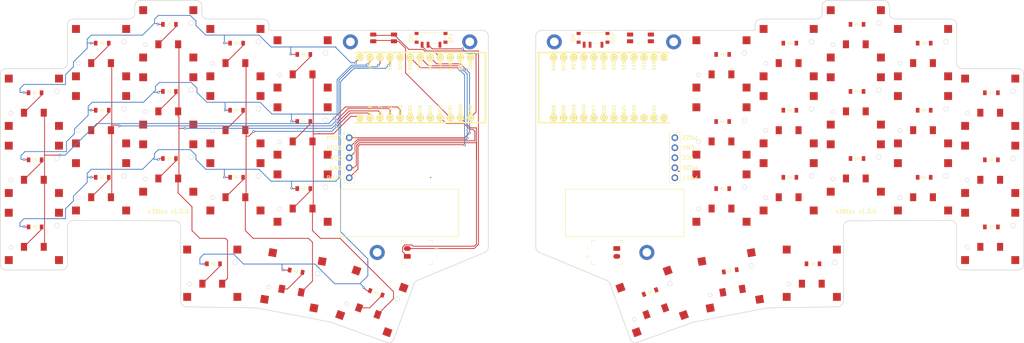
<source format=kicad_pcb>
(kicad_pcb (version 20240108) (generator "pcbnew") (generator_version "8.0")
  (title_block (title "main_pcb") (date "2024-12-16") (rev "0.0.1") (company "n1tsu"))
  (layers (0 "F.Cu" signal) (31 "B.Cu" signal) (34 "B.Paste" user) (35 "F.Paste" user) (36 "B.SilkS" user "B.Silkscreen") (37 "F.SilkS" user "F.Silkscreen") (38 "B.Mask" user) (39 "F.Mask" user) (44 "Edge.Cuts" user))
  (net 0 "")
  (net 1 "qcolumn_zrow")
  (net 2 "qcolumn_arow")
  (net 3 "qcolumn_qrow")
  (net 4 "wcolumn_zrow")
  (net 5 "wcolumn_arow")
  (net 6 "wcolumn_qrow")
  (net 7 "ecolumn_zrow")
  (net 8 "ecolumn_arow")
  (net 9 "ecolumn_qrow")
  (net 10 "rcolumn_zrow")
  (net 11 "rcolumn_arow")
  (net 12 "rcolumn_qrow")
  (net 13 "tcolumn_zrow")
  (net 14 "tcolumn_arow")
  (net 15 "tcolumn_qrow")
  (net 16 "inner_default")
  (net 17 "middle_default")
  (net 18 "outer_default")
  (net 19 "mirror_qcolumn_zrow")
  (net 20 "mirror_qcolumn_arow")
  (net 21 "mirror_qcolumn_qrow")
  (net 22 "mirror_wcolumn_zrow")
  (net 23 "mirror_wcolumn_arow")
  (net 24 "mirror_wcolumn_qrow")
  (net 25 "mirror_ecolumn_zrow")
  (net 26 "mirror_ecolumn_arow")
  (net 27 "mirror_ecolumn_qrow")
  (net 28 "mirror_rcolumn_zrow")
  (net 29 "mirror_rcolumn_arow")
  (net 30 "mirror_rcolumn_qrow")
  (net 31 "mirror_tcolumn_zrow")
  (net 32 "mirror_tcolumn_arow")
  (net 33 "mirror_tcolumn_qrow")
  (net 34 "mirror_inner_default")
  (net 35 "mirror_middle_default")
  (net 36 "mirror_outer_default")
  (net 37 "RAW")
  (net 38 "GND")
  (net 39 "RST")
  (net 40 "VCC")
  (net 41 "P031")
  (net 42 "P029")
  (net 43 "P002")
  (net 44 "P115")
  (net 45 "P113")
  (net 46 "P111")
  (net 47 "P010")
  (net 48 "P009")
  (net 49 "P006")
  (net 50 "P008")
  (net 51 "P017")
  (net 52 "P020")
  (net 53 "P022")
  (net 54 "P024")
  (net 55 "P100")
  (net 56 "P011")
  (net 57 "P104")
  (net 58 "P106")
  (net 59 "BAT_P")
  (footprint "ceoloide:diode_tht_sod123" (layer "F.Cu") (at 247.16 106.9345)
    (property "Reference" "D34" (hide yes))
    (property "Value" "")
  )
  (footprint "CPG1316S01D02_mikeholscher" (layer "F.Cu") (at 101 87.427)
    (property "Reference" "S10" (hide yes))
    (property "Value" "")
    (fp_circle (center -5.8 2.75) (end -5.3 2.75) (stroke (width 0.1)) (fill none) (layer "Edge.Cuts"))
    (fp_circle (center 5.8 -2.75) (end 6.4 -2.75) (stroke (width 0.1)) (fill none) (layer "Edge.Cuts"))
  )
  (footprint "ceoloide:battery_connector_jst_ph_2" (layer "F.Cu") (at 144.5 104.0645 90)
    (property "Reference" "JST1" (hide yes))
    (property "Value" "")
  )
  (footprint "ceoloide:display_nice_view" (layer "F.Cu") (at 146.5 80.0645 -90)
    (property "Reference" "DISP1" (hide yes))
    (property "Value" "")
  )
  (footprint "ceoloide:diode_tht_sod123" (layer "F.Cu") (at 50.3 63.6)
    (property "Reference" "D3" (hide yes))
    (property "Value" "")
  )
  (footprint "CPG1316S01D02_mikeholscher" (layer "F.Cu") (at 101 53.427)
    (property "Reference" "S12" (hide yes))
    (property "Value" "")
    (fp_circle (center -5.8 2.75) (end -5.3 2.75) (stroke (width 0.1)) (fill none) (layer "Edge.Cuts"))
    (fp_circle (center 5.8 -2.75) (end 6.4 -2.75) (stroke (width 0.1)) (fill none) (layer "Edge.Cuts"))
  )
  (footprint "ceoloide:mounting_hole_plated" (layer "F.Cu") (at 205.12 104.0645)
    (property "Reference" "H6" (hide yes))
    (property "Value" "")
  )
  (footprint "ceoloide:diode_tht_sod123" (layer "F.Cu") (at 205.926398 114.108117 20)
    (property "Reference" "D36" (hide yes))
    (property "Value" "")
  )
  (footprint "CPG1316S01D02_mikeholscher" (layer "F.Cu") (at 241 87.427)
    (property "Reference" "S28" (hide yes))
    (property "Value" "")
    (fp_circle (center -5.8 2.75) (end -5.3 2.75) (stroke (width 0.1)) (fill none) (layer "Edge.Cuts"))
    (fp_circle (center 5.8 -2.75) (end 6.4 -2.75) (stroke (width 0.1)) (fill none) (layer "Edge.Cuts"))
  )
  (footprint "ceoloide:diode_tht_sod123" (layer "F.Cu") (at 84.3 46.2645)
    (property "Reference" "D9" (hide yes))
    (property "Value" "")
  )
  (footprint "ceoloide:diode_tht_sod123" (layer "F.Cu") (at 118.3 70.8845)
    (property "Reference" "D14" (hide yes))
    (property "Value" "")
  )
  (footprint "CPG1316S01D02_mikeholscher" (layer "F.Cu") (at 226.350707 111.133205 10)
    (property "Reference" "S35" (hide yes))
    (property "Value" "")
    (fp_circle (center -5.8 2.75) (end -5.3 2.75) (stroke (width 0.1)) (fill none) (layer "Edge.Cuts"))
    (fp_circle (center 5.8 -2.75) (end 6.4 -2.75) (stroke (width 0.1)) (fill none) (layer "Edge.Cuts"))
  )
  (footprint "CPG1316S01D02_mikeholscher" (layer "F.Cu") (at 224 56.2845)
    (property "Reference" "S33" (hide yes))
    (property "Value" "")
    (fp_circle (center -5.8 2.75) (end -5.3 2.75) (stroke (width 0.1)) (fill none) (layer "Edge.Cuts"))
    (fp_circle (center 5.8 -2.75) (end 6.4 -2.75) (stroke (width 0.1)) (fill none) (layer "Edge.Cuts"))
  )
  (footprint "CPG1316S01D02_mikeholscher" (layer "F.Cu") (at 292 100)
    (property "Reference" "S19" (hide yes))
    (property "Value" "")
    (fp_circle (center -5.8 2.75) (end -5.3 2.75) (stroke (width 0.1)) (fill none) (layer "Edge.Cuts"))
    (fp_circle (center 5.8 -2.75) (end 6.4 -2.75) (stroke (width 0.1)) (fill none) (layer "Edge.Cuts"))
  )
  (footprint "ceoloide:diode_tht_sod123" (layer "F.Cu") (at 275.3 68.027)
    (property "Reference" "D23" (hide yes))
    (property "Value" "")
  )
  (footprint "CPG1316S01D02_mikeholscher" (layer "F.Cu") (at 95.14 109.3345)
    (property "Reference" "S16" (hide yes))
    (property "Value" "")
    (fp_circle (center -5.8 2.75) (end -5.3 2.75) (stroke (width 0.1)) (fill none) (layer "Edge.Cuts"))
    (fp_circle (center 5.8 -2.75) (end 6.4 -2.75) (stroke (width 0.1)) (fill none) (layer "Edge.Cuts"))
  )
  (footprint "ceoloide:mounting_hole_plated" (layer "F.Cu") (at 160.3 50.6945)
    (property "Reference" "H2" (hide yes))
    (property "Value" "")
  )
  (footprint "ceoloide:diode_tht_sod123" (layer "F.Cu") (at 118.3 53.8845)
    (property "Reference" "D15" (hide yes))
    (property "Value" "")
  )
  (footprint "ceoloide:display_nice_view" (layer "F.Cu") (at 195.5 80.0645 90)
    (property "Reference" "DISP2" (hide yes))
    (property "Value" "")
  )
  (footprint "CPG1316S01D02_mikeholscher" (layer "F.Cu") (at 118 90.2845)
    (property "Reference" "S13" (hide yes))
    (property "Value" "")
    (fp_circle (center -5.8 2.75) (end -5.3 2.75) (stroke (width 0.1)) (fill none) (layer "Edge.Cuts"))
    (fp_circle (center 5.8 -2.75) (end 6.4 -2.75) (stroke (width 0.1)) (fill none) (layer "Edge.Cuts"))
  )
  (footprint "ceoloide:battery_connector_jst_ph_2" (layer "F.Cu") (at 197.5 104.0645 -90)
    (property "Reference" "JST2" (hide yes))
    (property "Value" "")
  )
  (footprint "CPG1316S01D02_mikeholscher" (layer "F.Cu") (at 84 48.6645)
    (property "Reference" "S9" (hide yes))
    (property "Value" "")
    (fp_circle (center -5.8 2.75) (end -5.3 2.75) (stroke (width 0.1)) (fill none) (layer "Edge.Cuts"))
    (fp_circle (center 5.8 -2.75) (end 6.4 -2.75) (stroke (width 0.1)) (fill none) (layer "Edge.Cuts"))
  )
  (footprint "ceoloide:diode_tht_sod123" (layer "F.Cu") (at 292.3 80.6)
    (property "Reference" "D20" (hide yes))
    (property "Value" "")
  )
  (footprint "CPG1316S01D02_mikeholscher" (layer "F.Cu") (at 101 70.427)
    (property "Reference" "S11" (hide yes))
    (property "Value" "")
    (fp_circle (center -5.8 2.75) (end -5.3 2.75) (stroke (width 0.1)) (fill none) (layer "Edge.Cuts"))
    (fp_circle (center 5.8 -2.75) (end 6.4 -2.75) (stroke (width 0.1)) (fill none) (layer "Edge.Cuts"))
  )
  (footprint "CPG1316S01D02_mikeholscher" (layer "F.Cu") (at 67 53.427)
    (property "Reference" "S6" (hide yes))
    (property "Value" "")
    (fp_circle (center -5.8 2.75) (end -5.3 2.75) (stroke (width 0.1)) (fill none) (layer "Edge.Cuts"))
    (fp_circle (center 5.8 -2.75) (end 6.4 -2.75) (stroke (width 0.1)) (fill none) (layer "Edge.Cuts"))
  )
  (footprint "CPG1316S01D02_mikeholscher" (layer "F.Cu") (at 275 70.427)
    (property "Reference" "S23" (hide yes))
    (property "Value" "")
    (fp_circle (center -5.8 2.75) (end -5.3 2.75) (stroke (width 0.1)) (fill none) (layer "Edge.Cuts"))
    (fp_circle (center 5.8 -2.75) (end 6.4 -2.75) (stroke (width 0.1)) (fill none) (layer "Edge.Cuts"))
  )
  (footprint "ceoloide:reset_switch_smd_side" (layer "F.Cu") (at 203.5 49.6945)
    (property "Reference" "RST2" (hide yes))
    (property "Value" "")
  )
  (footprint "ceoloide:mounting_hole_plated" (layer "F.Cu") (at 181.7 50.6945)
    (property "Reference" "H5" (hide yes))
    (property "Value" "")
  )
  (footprint "ceoloide:diode_tht_sod123" (layer "F.Cu") (at 101.3 51.027)
    (property "Reference" "D12" (hide yes))
    (property "Value" "")
  )
  (footprint "ceoloide:diode_tht_sod123" (layer "F.Cu") (at 84.3 63.2645)
    (property "Reference" "D8" (hide yes))
    (property "Value" "")
  )
  (footprint "ceoloide:diode_tht_sod123" (layer "F.Cu") (at 258.3 46.2645)
    (property "Reference" "D27" (hide yes))
    (property "Value" "")
  )
  (footprint "ceoloide:diode_tht_sod123" (layer "F.Cu") (at 292.3 63.6)
    (property "Reference" "D21" (hide yes))
    (property "Value" "")
  )
  (footprint "ceoloide:diode_tht_sod123" (layer "F.Cu") (at 136.637417 114.313329 -20)
    (property "Reference" "D18" (hide yes))
    (property "Value" "")
  )
  (footprint "ceoloide:diode_tht_sod123" (layer "F.Cu") (at 67.3 51.027)
    (property "Reference" "D6" (hide yes))
    (property "Value" "")
  )
  (footprint "CPG1316S01D02_mikeholscher" (layer "F.Cu") (at 246.86 109.3345)
    (property "Reference" "S34" (hide yes))
    (property "Value" "")
    (fp_circle (center -5.8 2.75) (end -5.3 2.75) (stroke (width 0.1)) (fill none) (layer "Edge.Cuts"))
    (fp_circle (center 5.8 -2.75) (end 6.4 -2.75) (stroke (width 0.1)) (fill none) (layer "Edge.Cuts"))
  )
  (footprint "CPG1316S01D02_mikeholscher" (layer "F.Cu") (at 275 87.427)
    (property "Reference" "S22" (hide yes))
    (property "Value" "")
    (fp_circle (center -5.8 2.75) (end -5.3 2.75) (stroke (width 0.1)) (fill none) (layer "Edge.Cuts"))
    (fp_circle (center 5.8 -2.75) (end 6.4 -2.75) (stroke (width 0.1)) (fill none) (layer "Edge.Cuts"))
  )
  (footprint "ceoloide:diode_tht_sod123" (layer "F.Cu") (at 67.3 68.027)
    (property "Reference" "D5" (hide yes))
    (property "Value" "")
  )
  (footprint "CPG1316S01D02_mikeholscher" (layer "F.Cu") (at 84 65.6645)
    (property "Reference" "S8" (hide yes))
    (property "Value" "")
    (fp_circle (center -5.8 2.75) (end -5.3 2.75) (stroke (width 0.1)) (fill none) (layer "Edge.Cuts"))
    (fp_circle (center 5.8 -2.75) (end 6.4 -2.75) (stroke (width 0.1)) (fill none) (layer "Edge.Cuts"))
  )
  (footprint "CPG1316S01D02_mikeholscher" (layer "F.Cu") (at 50 100)
    (property "Reference" "S1" (hide yes))
    (property "Value" "")
    (fp_circle (center -5.8 2.75) (end -5.3 2.75) (stroke (width 0.1)) (fill none) (layer "Edge.Cuts"))
    (fp_circle (center 5.8 -2.75) (end 6.4 -2.75) (stroke (width 0.1)) (fill none) (layer "Edge.Cuts"))
  )
  (footprint "ceoloide:diode_tht_sod123" (layer "F.Cu") (at 116.361491 108.821761 -10)
    (property "Reference" "D17" (hide yes))
    (property "Value" "")
  )
  (footprint "ceoloide:diode_tht_sod123" (layer "F.Cu") (at 241.3 51.027)
    (property "Reference" "D30" (hide yes))
    (property "Value" "")
  )
  (footprint "ceoloide:diode_tht_sod123" (layer "F.Cu") (at 226.229394 108.717572 10)
    (property "Reference" "D35" (hide yes))
    (property "Value" "")
  )
  (footprint "ceoloide:power_switch_smd_side" (layer "F.Cu") (at 150.5 49.6945 90)
    (property "Reference" "PWR1" (hide yes))
    (property "Value" "")
  )
  (footprint "ceoloide:diode_tht_sod123" (layer "F.Cu") (at 50.3 97.6)
    (property "Reference" "D1" (hide yes))
    (property "Value" "")
  )
  (footprint "ceoloide:diode_tht_sod123" (layer "F.Cu") (at 84.3 80.2645)
    (property "Reference" "D7" (hide yes))
    (property "Value" "")
  )
  (footprint "ceoloide:diode_tht_sod123" (layer "F.Cu") (at 241.3 68.027)
    (property "Reference" "D29" (hide yes))
    (property "Value" "")
  )
  (footprint "CPG1316S01D02_mikeholscher" (layer "F.Cu") (at 50 66)
    (property "Reference" "S3" (hide yes))
    (property "Value" "")
    (fp_circle (center -5.8 2.75) (end -5.3 2.75) (stroke (width 0.1)) (fill none) (layer "Edge.Cuts"))
    (fp_circle (center 5.8 -2.75) (end 6.4 -2.75) (stroke (width 0.1)) (fill none) (layer "Edge.Cuts"))
  )
  (footprint "ceoloide:mounting_hole_plated" (layer "F.Cu") (at 130.1 50.6945)
    (property "Reference" "H1" (hide yes))
    (property "Value" "")
  )
  (footprint "CPG1316S01D02_mikeholscher" (layer "F.Cu") (at 224 73.2845)
    (property "Reference" "S32" (hide yes))
    (property "Value" "")
    (fp_circle (center -5.8 2.75) (end -5.3 2.75) (stroke (width 0.1)) (fill none) (layer "Edge.Cuts"))
    (fp_circle (center 5.8 -2.75) (end 6.4 -2.75) (stroke (width 0.1)) (fill none) (layer "Edge.Cuts"))
  )
  (footprint "ceoloide:diode_tht_sod123" (layer "F.Cu") (at 224.3 53.8845)
    (property "Reference" "D33" (hide yes))
    (property "Value" "")
  )
  (footprint "ceoloide:diode_tht_sod123" (layer "F.Cu") (at 50.3 80.6)
    (property "Reference" "D2" (hide yes))
    (property "Value" "")
  )
  (footprint "CPG1316S01D02_mikeholscher" (layer "F.Cu") (at 258 82.6645)
    (property "Reference" "S25" (hide yes))
    (property "Value" "")
    (fp_circle (center -5.8 2.75) (end -5.3 2.75) (stroke (width 0.1)) (fill none) (layer "Edge.Cuts"))
    (fp_circle (center 5.8 -2.75) (end 6.4 -2.75) (stroke (width 0.1)) (fill none) (layer "Edge.Cuts"))
  )
  (footprint "ceoloide:diode_tht_sod123" (layer "F.Cu") (at 224.3 70.8845)
    (property "Reference" "D32" (hide yes))
    (property "Value" "")
  )
  (footprint "CPG1316S01D02_mikeholscher" (layer "F.Cu") (at 275 53.427)
    (property "Reference" "S24" (hide yes))
    (property "Value" "")
    (fp_circle (center -5.8 2.75) (end -5.3 2.75) (stroke (width 0.1)) (fill none) (layer "Edge.Cuts"))
    (fp_circle (center 5.8 -2.75) (end 6.4 -2.75) (stroke (width 0.1)) (fill none) (layer "Edge.Cuts"))
  )
  (footprint "CPG1316S01D02_mikeholscher" (layer "F.Cu") (at 206.465339 116.465985 20)
    (property "Reference" "S36" (hide yes))
    (property "Value" "")
    (fp_circle (center -5.8 2.75) (end -5.299999 2.75) (stroke (width 0.1)) (fill none) (layer "Edge.Cuts"))
    (fp_circle (center 5.8 -2.75) (end 6.4 -2.75) (stroke (width 0.1)) (fill none) (layer "Edge.Cuts"))
  )
  (footprint "CPG1316S01D02_mikeholscher" (layer "F.Cu") (at 292 66)
    (property "Reference" "S21" (hide yes))
    (property "Value" "")
    (fp_circle (center -5.8 2.75) (end -5.3 2.75) (stroke (width 0.1)) (fill none) (layer "Edge.Cuts"))
    (fp_circle (center 5.8 -2.75) (end 6.4 -2.75) (stroke (width 0.1)) (fill none) (layer "Edge.Cuts"))
  )
  (footprint "CPG1316S01D02_mikeholscher" (layer "F.Cu") (at 118 56.2845)
    (property "Reference" "S15" (hide yes))
    (property "Value" "")
    (fp_circle (center -5.8 2.75) (end -5.3 2.75) (stroke (width 0.1)) (fill none) (layer "Edge.Cuts"))
    (fp_circle (center 5.8 -2.75) (end 6.4 -2.75) (stroke (width 0.1)) (fill none) (layer "Edge.Cuts"))
  )
  (footprint "CPG1316S01D02_mikeholscher" (layer "F.Cu") (at 241 53.427)
    (property "Reference" "S30" (hide yes))
    (property "Value" "")
    (fp_circle (center -5.8 2.75) (end -5.3 2.75) (stroke (width 0.1)) (fill none) (layer "Edge.Cuts"))
    (fp_circle (center 5.8 -2.75) (end 6.4 -2.75) (stroke (width 0.1)) (fill none) (layer "Edge.Cuts"))
  )
  (footprint "nice_nano" (layer "F.Cu") (at 146.5 62.2845 180)
    (property "Reference" "MCU1" (hide yes))
    (property "Value" "")
  )
  (footprint "CPG1316S01D02_mikeholscher" (layer "F.Cu") (at 292 83)
    (property "Reference" "S20" (hide yes))
    (property "Value" "")
    (fp_circle (center -5.8 2.75) (end -5.3 2.75) (stroke (width 0.1)) (fill none) (layer "Edge.Cuts"))
    (fp_circle (center 5.8 -2.75) (end 6.4 -2.75) (stroke (width 0.1)) (fill none) (layer "Edge.Cuts"))
  )
  (footprint "ceoloide:diode_tht_sod123" (layer "F.Cu") (at 275.3 51.027)
    (property "Reference" "D24" (hide yes))
    (property "Value" "")
  )
  (footprint "ceoloide:mounting_hole_plated" (layer "F.Cu") (at 211.9 50.6945)
    (property "Reference" "H4" (hide yes))
    (property "Value" "")
  )
  (footprint "ceoloide:diode_tht_sod123" (layer "F.Cu") (at 101.3 85.027)
    (property "Reference" "D10" (hide yes))
    (property "Value" "")
  )
  (footprint "ceoloide:power_switch_smd_side" (layer "F.Cu") (at 191.5 49.6945 90)
    (property "Reference" "PWR2" (hide yes))
    (property "Value" "")
  )
  (footprint "CPG1316S01D02_mikeholscher" (layer "F.Cu") (at 67 87.427)
    (property "Reference" "S4" (hide yes))
    (property "Value" "")
    (fp_circle (center -5.8 2.75) (end -5.3 2.75) (stroke (width 0.1)) (fill none) (layer "Edge.Cuts"))
    (fp_circle (center 5.8 -2.75) (end 6.4 -2.75) (stroke (width 0.1)) (fill none) (layer "Edge.Cuts"))
  )
  (footprint "ceoloide:diode_tht_sod123" (layer "F.Cu") (at 95.44 106.9345)
    (property "Reference" "D16" (hide yes))
    (property "Value" "")
  )
  (footprint "CPG1316S01D02_mikeholscher" (layer "F.Cu") (at 84 82.6645)
    (property "Reference" "S7" (hide yes))
    (property "Value" "")
    (fp_circle (center -5.8 2.75) (end -5.3 2.75) (stroke (width 0.1)) (fill none) (layer "Edge.Cuts"))
    (fp_circle (center 5.8 -2.75) (end 6.4 -2.75) (stroke (width 0.1)) (fill none) (layer "Edge.Cuts"))
  )
  (footprint "ceoloide:mounting_hole_plated" (layer "F.Cu") (at 136.88 104.0645)
    (property "Reference" "H3" (hide yes))
    (property "Value" "")
  )
  (footprint "CPG1316S01D02_mikeholscher" (layer "F.Cu") (at 258 48.6645)
    (property "Reference" "S27" (hide yes))
    (property "Value" "")
    (fp_circle (center -5.8 2.75) (end -5.3 2.75) (stroke (width 0.1)) (fill none) (layer "Edge.Cuts"))
    (fp_circle (center 5.8 -2.75) (end 6.4 -2.75) (stroke (width 0.1)) (fill none) (layer "Edge.Cuts"))
  )
  (footprint "CPG1316S01D02_mikeholscher" (layer "F.Cu") (at 50 83)
    (property "Reference" "S2" (hide yes))
    (property "Value" "")
    (fp_circle (center -5.8 2.75) (end -5.3 2.75) (stroke (width 0.1)) (fill none) (layer "Edge.Cuts"))
    (fp_circle (center 5.8 -2.75) (end 6.4 -2.75) (stroke (width 0.1)) (fill none) (layer "Edge.Cuts"))
  )
  (footprint "ceoloide:diode_tht_sod123" (layer "F.Cu") (at 258.3 63.2645)
    (property "Reference" "D26" (hide yes))
    (property "Value" "")
  )
  (footprint "CPG1316S01D02_mikeholscher" (layer "F.Cu") (at 115.649293 111.133205 -10)
    (property "Reference" "S17" (hide yes))
    (property "Value" "")
    (fp_circle (center -5.8 2.75) (end -5.3 2.75) (stroke (width 0.1)) (fill none) (layer "Edge.Cuts"))
    (fp_circle (center 5.8 -2.75) (end 6.4 -2.75) (stroke (width 0.1)) (fill none) (layer "Edge.Cuts"))
  )
  (footprint "nice_nano" (layer "F.Cu") (at 195.5 62.2845)
    (property "Reference" "MCU2" (hide yes))
    (property "Value" "")
  )
  (footprint "CPG1316S01D02_mikeholscher" (layer "F.Cu") (at 241 70.427)
    (property "Reference" "S29" (hide yes))
    (property "Value" "")
    (fp_circle (center -5.8 2.75) (end -5.3 2.75) (stroke (width 0.1)) (fill none) (layer "Edge.Cuts"))
    (fp_circle (center 5.8 -2.75) (end 6.4 -2.75) (stroke (width 0.1)) (fill none) (layer "Edge.Cuts"))
  )
  (footprint "ceoloide:diode_tht_sod123" (layer "F.Cu") (at 118.3 87.8845)
    (property "Reference" "D13" (hide yes))
    (property "Value" "")
  )
  (footprint "CPG1316S01D02_mikeholscher" (layer "F.Cu") (at 224 90.2845)
    (property "Reference" "S31" (hide yes))
    (property "Value" "")
    (fp_circle (center -5.8 2.75) (end -5.3 2.75) (stroke (width 0.1)) (fill none) (layer "Edge.Cuts"))
    (fp_circle (center 5.8 -2.75) (end 6.4 -2.75) (stroke (width 0.1)) (fill none) (layer "Edge.Cuts"))
  )
  (footprint "ceoloide:diode_tht_sod123" (layer "F.Cu") (at 241.3 85.027)
    (property "Reference" "D28" (hide yes))
    (property "Value" "")
  )
  (footprint "ceoloide:diode_tht_sod123" (layer "F.Cu") (at 258.3 80.2645)
    (property "Reference" "D25" (hide yes))
    (property "Value" "")
  )
  (footprint "ceoloide:diode_tht_sod123" (layer "F.Cu") (at 101.3 68.027)
    (property "Reference" "D11" (hide yes))
    (property "Value" "")
  )
  (footprint "ceoloide:diode_tht_sod123" (layer "F.Cu") (at 292.3 97.6)
    (property "Reference" "D19" (hide yes))
    (property "Value" "")
  )
  (footprint "CPG1316S01D02_mikeholscher" (layer "F.Cu") (at 135.534661 116.465985 -20)
    (property "Reference" "S18" (hide yes))
    (property "Value" "")
    (fp_circle (center -5.8 2.75) (end -5.3 2.75) (stroke (width 0.1)) (fill none) (layer "Edge.Cuts"))
    (fp_circle (center 5.8 -2.75) (end 6.4 -2.75) (stroke (width 0.1)) (fill none) (layer "Edge.Cuts"))
  )
  (footprint "ceoloide:diode_tht_sod123" (layer "F.Cu") (at 67.3 85.027)
    (property "Reference" "D4" (hide yes))
    (property "Value" "")
  )
  (footprint "ceoloide:reset_switch_smd_side" (layer "F.Cu") (at 138.5 49.6945)
    (property "Reference" "RST1" (hide yes))
    (property "Value" "")
  )
  (footprint "CPG1316S01D02_mikeholscher" (layer "F.Cu") (at 258 65.6645)
    (property "Reference" "S26" (hide yes))
    (property "Value" "")
    (fp_circle (center -5.8 2.75) (end -5.3 2.75) (stroke (width 0.1)) (fill none) (layer "Edge.Cuts"))
    (fp_circle (center 5.8 -2.75) (end 6.4 -2.75) (stroke (width 0.1)) (fill none) (layer "Edge.Cuts"))
  )
  (footprint "ceoloide:diode_tht_sod123" (layer "F.Cu") (at 224.3 87.8845)
    (property "Reference" "D31" (hide yes))
    (property "Value" "")
  )
  (footprint "CPG1316S01D02_mikeholscher" (layer "F.Cu") (at 67 70.427)
    (property "Reference" "S5" (hide yes))
    (property "Value" "")
    (fp_circle (center -5.8 2.75) (end -5.3 2.75) (stroke (width 0.1)) (fill none) (layer "Edge.Cuts"))
    (fp_circle (center 5.8 -2.75) (end 6.4 -2.75) (stroke (width 0.1)) (fill none) (layer "Edge.Cuts"))
  )
  (footprint "ceoloide:diode_tht_sod123" (layer "F.Cu") (at 275.3 85.027)
    (property "Reference" "D22" (hide yes))
    (property "Value" "")
  )
  (footprint "CPG1316S01D02_mikeholscher" (layer "F.Cu") (at 118 73.2845)
    (property "Reference" "S14" (hide yes))
    (property "Value" "")
    (fp_circle (center -5.8 2.75) (end -5.3 2.75) (stroke (width 0.1)) (fill none) (layer "Edge.Cuts"))
    (fp_circle (center 5.8 -2.75) (end 6.4 -2.75) (stroke (width 0.1)) (fill none) (layer "Edge.Cuts"))
  )
  (gr_line (start 157.5 100.0645) (end 157.5 88.0645) (stroke (width 0.15)) (layer "F.SilkS"))
  (gr_line (start 214.5 100.0645) (end 214.5 88.0645) (stroke (width 0.15)) (layer "F.SilkS"))
  (gr_line (start 127.5 100.0645) (end 157.5 100.0645) (stroke (width 0.15)) (layer "F.SilkS"))
  (gr_line (start 184.5 88.0645) (end 184.5 100.0645) (stroke (width 0.15)) (layer "F.SilkS"))
  (gr_line (start 214.5 88.0645) (end 184.5 88.0645) (stroke (width 0.15)) (layer "F.SilkS"))
  (gr_line (start 184.5 100.0645) (end 214.5 100.0645) (stroke (width 0.15)) (layer "F.SilkS"))
  (gr_line (start 127.5 88.0645) (end 127.5 100.0645) (stroke (width 0.15)) (layer "F.SilkS"))
  (gr_line (start 157.5 88.0645) (end 127.5 88.0645) (stroke (width 0.15)) (layer "F.SilkS"))
  (gr_line (start 300.5 107) (end 300.5 59) (stroke (width 0.15)) (layer "Edge.Cuts"))
  (gr_arc (start 75.5 43.427) (mid 75.06066 44.48766) (end 74 44.927) (stroke (width 0.15)) (layer "Edge.Cuts"))
  (gr_line (start 178.5 47.7845) (end 232.5 47.7845) (stroke (width 0.15)) (layer "Edge.Cuts"))
  (gr_arc (start 249.5 41.6645) (mid 249.93934 40.60384) (end 251 40.1645) (stroke (width 0.15)) (layer "Edge.Cuts"))
  (gr_line (start 195.796392 112.005633) (end 200.872092 125.951005) (stroke (width 0.15)) (layer "Edge.Cuts"))
  (gr_arc (start 177.925402 104.068262) (mid 177.252631 103.515776) (end 177 102.682681) (stroke (width 0.15)) (layer "Edge.Cuts"))
  (gr_arc (start 194.961452 111.133081) (mid 195.470635 111.481604) (end 195.796392 112.005633) (stroke (width 0.15)) (layer "Edge.Cuts"))
  (gr_line (start 232.5 46.427) (end 232.5 47.7845) (stroke (width 0.15)) (layer "Edge.Cuts"))
  (gr_line (start 299 57.5) (end 285 57.5) (stroke (width 0.15)) (layer "Edge.Cuts"))
  (gr_line (start 57 108.5) (end 43 108.5) (stroke (width 0.15)) (layer "Edge.Cuts"))
  (gr_arc (start 249.5 43.427) (mid 249.06066 44.48766) (end 248 44.927) (stroke (width 0.15)) (layer "Edge.Cuts"))
  (gr_line (start 235.836398 118.112965) (end 253.381954 117.856135) (stroke (width 0.15)) (layer "Edge.Cuts"))
  (gr_arc (start 85.646285 96.040741) (mid 86.70287 96.482294) (end 87.14 97.540728) (stroke (width 0.15)) (layer "Edge.Cuts"))
  (gr_arc (start 146.203608 112.005633) (mid 146.5294 111.481637) (end 147.038548 111.133081) (stroke (width 0.15)) (layer "Edge.Cuts"))
  (gr_arc (start 124.991915 121.694612) (mid 125.108672 121.721844) (end 125.22288 121.758314) (stroke (width 0.15)) (layer "Edge.Cuts"))
  (gr_line (start 75.5 43.427) (end 75.5 41.6645) (stroke (width 0.15)) (layer "Edge.Cuts"))
  (gr_line (start 177 49.2845) (end 177 102.682681) (stroke (width 0.15)) (layer "Edge.Cuts"))
  (gr_line (start 256.353715 96.040741) (end 281.993715 95.933311) (stroke (width 0.15)) (layer "Edge.Cuts"))
  (gr_arc (start 41.5 59) (mid 41.93934 57.93934) (end 43 57.5) (stroke (width 0.15)) (layer "Edge.Cuts"))
  (gr_line (start 60 44.927) (end 74 44.927) (stroke (width 0.15)) (layer "Edge.Cuts"))
  (gr_arc (start 94 44.927) (mid 92.93934 44.48766) (end 92.5 43.427) (stroke (width 0.15)) (layer "Edge.Cuts"))
  (gr_line (start 58.5 97.433298) (end 58.5 107) (stroke (width 0.15)) (layer "Edge.Cuts"))
  (gr_arc (start 43 108.5) (mid 41.93934 108.06066) (end 41.5 107) (stroke (width 0.15)) (layer "Edge.Cuts"))
  (gr_arc (start 282 44.927) (mid 283.06066 45.36634) (end 283.5 46.427) (stroke (width 0.15)) (layer "Edge.Cuts"))
  (gr_line (start 92.5 41.6645) (end 92.5 43.427) (stroke (width 0.15)) (layer "Edge.Cuts"))
  (gr_arc (start 299 57.5) (mid 300.06066 57.93934) (end 300.5 59) (stroke (width 0.15)) (layer "Edge.Cuts"))
  (gr_arc (start 285 57.5) (mid 283.93934 57.06066) (end 283.5 56) (stroke (width 0.15)) (layer "Edge.Cuts"))
  (gr_arc (start 58.5 107) (mid 58.06066 108.06066) (end 57 108.5) (stroke (width 0.15)) (layer "Edge.Cuts"))
  (gr_line (start 109.5 46.427) (end 109.5 47.7845) (stroke (width 0.15)) (layer "Edge.Cuts"))
  (gr_arc (start 254.86 116.356296) (mid 254.428395 117.409168) (end 253.381954 117.856135) (stroke (width 0.15)) (layer "Edge.Cuts"))
  (gr_arc (start 177 49.2845) (mid 177.43934 48.22384) (end 178.5 47.7845) (stroke (width 0.15)) (layer "Edge.Cuts"))
  (gr_line (start 106.163602 118.112965) (end 88.618046 117.856135) (stroke (width 0.15)) (layer "Edge.Cuts"))
  (gr_line (start 265 40.1645) (end 251 40.1645) (stroke (width 0.15)) (layer "Edge.Cuts"))
  (gr_line (start 248 44.927) (end 234 44.927) (stroke (width 0.15)) (layer "Edge.Cuts"))
  (gr_arc (start 58.5 56) (mid 58.06066 57.06066) (end 57 57.5) (stroke (width 0.15)) (layer "Edge.Cuts"))
  (gr_arc (start 232.5 46.427) (mid 232.93934 45.36634) (end 234 44.927) (stroke (width 0.15)) (layer "Edge.Cuts"))
  (gr_arc (start 58.5 97.433298) (mid 58.941565 96.370419) (end 60.006285 95.933311) (stroke (width 0.15)) (layer "Edge.Cuts"))
  (gr_line (start 249.5 41.6645) (end 249.5 43.427) (stroke (width 0.15)) (layer "Edge.Cuts"))
  (gr_line (start 41.5 107) (end 41.5 59) (stroke (width 0.15)) (layer "Edge.Cuts"))
  (gr_arc (start 202.794661 126.847513) (mid 201.64769 126.797454) (end 200.872092 125.951005) (stroke (width 0.15)) (layer "Edge.Cuts"))
  (gr_arc (start 216.77712 121.758314) (mid 216.891329 121.721846) (end 217.008085 121.694612) (stroke (width 0.15)) (layer "Edge.Cuts"))
  (gr_line (start 146.203608 112.005633) (end 141.127908 125.951005) (stroke (width 0.15)) (layer "Edge.Cuts"))
  (gr_arc (start 91 40.1645) (mid 92.06066 40.60384) (end 92.5 41.6645) (stroke (width 0.15)) (layer "Edge.Cuts"))
  (gr_line (start 177.925402 104.068262) (end 194.961452 111.133081) (stroke (width 0.15)) (layer "Edge.Cuts"))
  (gr_line (start 87.14 116.356296) (end 87.14 97.540728) (stroke (width 0.15)) (layer "Edge.Cuts"))
  (gr_line (start 217.008085 121.694612) (end 235.576287 118.139563) (stroke (width 0.15)) (layer "Edge.Cuts"))
  (gr_line (start 94 44.927) (end 108 44.927) (stroke (width 0.15)) (layer "Edge.Cuts"))
  (gr_arc (start 281.993715 95.933311) (mid 283.058437 96.370418) (end 283.5 97.433298) (stroke (width 0.15)) (layer "Edge.Cuts"))
  (gr_line (start 165 49.2845) (end 165 102.682681) (stroke (width 0.15)) (layer "Edge.Cuts"))
  (gr_line (start 77 40.1645) (end 91 40.1645) (stroke (width 0.15)) (layer "Edge.Cuts"))
  (gr_arc (start 163.5 47.7845) (mid 164.56066 48.22384) (end 165 49.2845) (stroke (width 0.15)) (layer "Edge.Cuts"))
  (gr_arc (start 265 40.1645) (mid 266.06066 40.60384) (end 266.5 41.6645) (stroke (width 0.15)) (layer "Edge.Cuts"))
  (gr_line (start 266.5 43.427) (end 266.5 41.6645) (stroke (width 0.15)) (layer "Edge.Cuts"))
  (gr_line (start 109.5 47.7845) (end 163.5 47.7845) (stroke (width 0.15)) (layer "Edge.Cuts"))
  (gr_line (start 202.794661 126.847513) (end 216.77712 121.758314) (stroke (width 0.15)) (layer "Edge.Cuts"))
  (gr_line (start 283.5 97.433298) (end 283.5 107) (stroke (width 0.15)) (layer "Edge.Cuts"))
  (gr_arc (start 300.5 107) (mid 300.06066 108.06066) (end 299 108.5) (stroke (width 0.15)) (layer "Edge.Cuts"))
  (gr_arc (start 58.5 46.427) (mid 58.93934 45.36634) (end 60 44.927) (stroke (width 0.15)) (layer "Edge.Cuts"))
  (gr_line (start 43 57.5) (end 57 57.5) (stroke (width 0.15)) (layer "Edge.Cuts"))
  (gr_arc (start 75.5 41.6645) (mid 75.93934 40.60384) (end 77 40.1645) (stroke (width 0.15)) (layer "Edge.Cuts"))
  (gr_line (start 164.074598 104.068262) (end 147.038548 111.133081) (stroke (width 0.15)) (layer "Edge.Cuts"))
  (gr_arc (start 268 44.927) (mid 266.93934 44.48766) (end 266.5 43.427) (stroke (width 0.15)) (layer "Edge.Cuts"))
  (gr_arc (start 254.86 97.540728) (mid 255.29711 96.482274) (end 256.353715 96.040741) (stroke (width 0.15)) (layer "Edge.Cuts"))
  (gr_arc (start 106.163602 118.112965) (mid 106.294239 118.120582) (end 106.423713 118.139563) (stroke (width 0.15)) (layer "Edge.Cuts"))
  (gr_line (start 58.5 56) (end 58.5 46.427) (stroke (width 0.15)) (layer "Edge.Cuts"))
  (gr_line (start 85.646285 96.040741) (end 60.006285 95.933311) (stroke (width 0.15)) (layer "Edge.Cuts"))
  (gr_line (start 283.5 56) (end 283.5 46.427) (stroke (width 0.15)) (layer "Edge.Cuts"))
  (gr_arc (start 88.618046 117.856135) (mid 87.571608 117.409165) (end 87.14 116.356296) (stroke (width 0.15)) (layer "Edge.Cuts"))
  (gr_arc (start 235.576287 118.139563) (mid 235.705762 118.120583) (end 235.836398 118.112965) (stroke (width 0.15)) (layer "Edge.Cuts"))
  (gr_line (start 285 108.5) (end 299 108.5) (stroke (width 0.15)) (layer "Edge.Cuts"))
  (gr_line (start 124.991915 121.694612) (end 106.423713 118.139563) (stroke (width 0.15)) (layer "Edge.Cuts"))
  (gr_arc (start 141.127908 125.951005) (mid 140.3523 126.797433) (end 139.205339 126.847513) (stroke (width 0.15)) (layer "Edge.Cuts"))
  (gr_line (start 139.205339 126.847513) (end 125.22288 121.758314) (stroke (width 0.15)) (layer "Edge.Cuts"))
  (gr_arc (start 108 44.927) (mid 109.06066 45.36634) (end 109.5 46.427) (stroke (width 0.15)) (layer "Edge.Cuts"))
  (gr_arc (start 165 102.682681) (mid 164.747384 103.515786) (end 164.074598 104.068262) (stroke (width 0.15)) (layer "Edge.Cuts"))
  (gr_line (start 282 44.927) (end 268 44.927) (stroke (width 0.15)) (layer "Edge.Cuts"))
  (gr_arc (start 285 108.5) (mid 283.93934 108.06066) (end 283.5 107) (stroke (width 0.15)) (layer "Edge.Cuts"))
  (gr_line (start 254.86 116.356296) (end 254.86 97.540728) (stroke (width 0.15)) (layer "Edge.Cuts"))
  (gr_text "n36tsu v1.0.0" (at 84 93.6645 0) (layer "F.SilkS") (effects (font (size 1 1))))
  (gr_text "n36tsu v1.0.0" (at 258 93.6645 0) (layer "F.SilkS") (effects (font (size 1 1))))
  (segment (start 213.5 83.5) (end 213.0955 83.5) (width 0.2) (layer "F.Cu") (net 0))
  (segment (start 213.0955 83.5) (end 213.013173 83.417673) (width 0.2) (layer "F.Cu") (net 0))
  (segment (start 51.95 98.2) (end 47.5 102.65) (width 0.2) (layer "F.Cu") (net 1))
  (segment (start 51.95 97.6) (end 51.95 98.2) (width 0.2) (layer "F.Cu") (net 1))
  (segment (start 51.95 81.2) (end 47.5 85.65) (width 0.2) (layer "F.Cu") (net 2))
  (segment (start 51.95 80.6) (end 51.95 81.2) (width 0.2) (layer "F.Cu") (net 2))
  (segment (start 51.95 63.6) (end 51.95 64.2) (width 0.2) (layer "F.Cu") (net 3))
  (segment (start 51.95 64.2) (end 47.5 68.65) (width 0.2) (layer "F.Cu") (net 3))
  (segment (start 68.95 85.627) (end 64.5 90.077) (width 0.2) (layer "F.Cu") (net 4))
  (segment (start 68.95 85.027) (end 68.95 85.627) (width 0.2) (layer "F.Cu") (net 4))
  (segment (start 68.95 68.627) (end 64.5 73.077) (width 0.2) (layer "F.Cu") (net 5))
  (segment (start 68.95 68.027) (end 68.95 68.627) (width 0.2) (layer "F.Cu") (net 5))
  (segment (start 68.95 51.027) (end 68.95 51.627) (width 0.2) (layer "F.Cu") (net 6))
  (segment (start 68.95 51.627) (end 64.5 56.077) (width 0.2) (layer "F.Cu") (net 6))
  (segment (start 85.95 80.8645) (end 81.5 85.3145) (width 0.2) (layer "F.Cu") (net 7))
  (segment (start 85.95 80.2645) (end 85.95 80.8645) (width 0.2) (layer "F.Cu") (net 7))
  (segment (start 85.95 63.8645) (end 81.5 68.3145) (width 0.2) (layer "F.Cu") (net 8))
  (segment (start 85.95 63.2645) (end 85.95 63.8645) (width 0.2) (layer "F.Cu") (net 8))
  (segment (start 85.95 46.2645) (end 85.95 46.8645) (width 0.2) (layer "F.Cu") (net 9))
  (segment (start 85.95 46.8645) (end 81.5 51.3145) (width 0.2) (layer "F.Cu") (net 9))
  (segment (start 102.95 85.027) (end 102.95 85.627) (width 0.2) (layer "F.Cu") (net 10))
  (segment (start 102.95 85.627) (end 98.5 90.077) (width 0.2) (layer "F.Cu") (net 10))
  (segment (start 102.95 68.627) (end 98.5 73.077) (width 0.2) (layer "F.Cu") (net 11))
  (segment (start 102.95 68.027) (end 102.95 68.627) (width 0.2) (layer "F.Cu") (net 11))
  (segment (start 102.95 51.027) (end 102.95 51.627) (width 0.2) (layer "F.Cu") (net 12))
  (segment (start 102.95 51.627) (end 98.5 56.077) (width 0.2) (layer "F.Cu") (net 12))
  (segment (start 119.95 87.8845) (end 119.95 88.4845) (width 0.2) (layer "F.Cu") (net 13))
  (segment (start 119.95 88.4845) (end 115.5 92.9345) (width 0.2) (layer "F.Cu") (net 13))
  (segment (start 119.95 70.8845) (end 119.95 71.4845) (width 0.2) (layer "F.Cu") (net 14))
  (segment (start 119.95 71.4845) (end 115.5 75.9345) (width 0.2) (layer "F.Cu") (net 14))
  (segment (start 119.95 53.8845) (end 119.95 54.4845) (width 0.2) (layer "F.Cu") (net 15))
  (segment (start 119.95 54.4845) (end 115.5 58.9345) (width 0.2) (layer "F.Cu") (net 15))
  (segment (start 97.09 107.5345) (end 92.64 111.9845) (width 0.2) (layer "F.Cu") (net 16))
  (segment (start 97.09 106.9345) (end 97.09 107.5345) (width 0.2) (layer "F.Cu") (net 16))
  (segment (start 114.191175 113.308825) (end 112.727106 113.308825) (width 0.2) (layer "F.Cu") (net 17))
  (segment (start 117.986424 109.10828) (end 117.986424 109.513576) (width 0.2) (layer "F.Cu") (net 17))
  (segment (start 117.986424 109.513576) (end 114.191175 113.308825) (width 0.2) (layer "F.Cu") (net 17))
  (segment (start 134.964452 118.10112) (end 132.279076 118.10112) (width 0.2) (layer "F.Cu") (net 18))
  (segment (start 138.18791 114.877662) (end 134.964452 118.10112) (width 0.2) (layer "F.Cu") (net 18))
  (segment (start 150.8 52.4795) (end 158.4205 52.4795) (width 0.2) (layer "F.Cu") (net 37))
  (segment (start 149.75 51.4295) (end 150.8 52.4795) (width 0.2) (layer "F.Cu") (net 37))
  (segment (start 161.9 68.4745) (end 160.47 69.9045) (width 0.2) (layer "F.Cu") (net 37))
  (segment (start 158.4205 52.4795) (end 158.5 52.4) (width 0.2) (layer "F.Cu") (net 37))
  (segment (start 161.9 53.6) (end 161.9 68.4745) (width 0.2) (layer "F.Cu") (net 37))
  (via (at 158.5 52.4) (size 0.6) (drill 0.3) (layers "F.Cu" "B.Cu") (net 37))
  (via (at 161.9 53.6) (size 0.6) (drill 0.3) (layers "F.Cu" "B.Cu") (net 37))
  (segment (start 158.5 52.5) (end 159.6 53.6) (width 0.2) (layer "B.Cu") (net 37))
  (segment (start 159.6 53.6) (end 161.9 53.6) (width 0.2) (layer "B.Cu") (net 37))
  (segment (start 158.5 52.4) (end 158.5 52.5) (width 0.2) (layer "B.Cu") (net 37))
  (segment (start 162 80.5) (end 162 72.5) (width 0.2) (layer "F.Cu") (net 38))
  (segment (start 149.254814 53.4) (end 151.5855 53.4) (width 0.2) (layer "F.Cu") (net 38))
  (segment (start 143.325 103.8895) (end 143.325 102.691708) (width 0.2) (layer "F.Cu") (net 38))
  (segment (start 146 102.5) (end 161.434314 102.5) (width 0.2) (layer "F.Cu") (net 38))
  (segment (start 162 76.25) (end 162 80.5) (width 0.2) (layer "F.Cu") (net 38))
  (segment (start 160.5255 72.5) (end 157.93 69.9045) (width 0.2) (layer "F.Cu") (net 38))
  (segment (start 144.5 105.0645) (end 143.325 103.8895) (width 0.2) (layer "F.Cu") (net 38))
  (segment (start 135.875 48.8445) (end 136.075 49.0445) (width 0.2) (layer "F.Cu") (net 38))
  (segment (start 143.325 102.691708) (end 143.852208 102.1645) (width 0.2) (layer "F.Cu") (net 38))
  (segment (start 162 72.5) (end 160.5255 72.5) (width 0.2) (layer "F.Cu") (net 38))
  (segment (start 131.6 82) (end 131.6 77) (width 0.2) (layer "F.Cu") (net 38))
  (segment (start 162 101.934314) (end 162 80.5) (width 0.2) (layer "F.Cu") (net 38))
  (segment (start 141.125 48.8445) (end 144.8805 52.6) (width 0.2) (layer "F.Cu") (net 38))
  (segment (start 145.6645 102.1645) (end 146 102.5) (width 0.2) (layer "F.Cu") (net 38))
  (segment (start 129.8 82.6045) (end 130.9955 82.6045) (width 0.2) (layer "F.Cu") (net 38))
  (segment (start 130.9955 82.6045) (end 131.6 82) (width 0.2) (layer "F.Cu") (net 38))
  (segment (start 143.852208 102.1645) (end 145.6645 102.1645) (width 0.2) (layer "F.Cu") (net 38))
  (segment (start 151.5855 53.4) (end 152.85 54.6645) (width 0.2) (layer "F.Cu") (net 38))
  (segment (start 131.6 77) (end 132.35 76.25) (width 0.2) (layer "F.Cu") (net 38))
  (segment (start 132.35 76.25) (end 162 76.25) (width 0.2) (layer "F.Cu") (net 38))
  (segment (start 140.925 49.0445) (end 141.125 48.8445) (width 0.2) (layer "F.Cu") (net 38))
  (segment (start 161.434314 102.5) (end 162 101.934314) (width 0.2) (layer "F.Cu") (net 38))
  (segment (start 144.8805 52.6) (end 148.454814 52.6) (width 0.2) (layer "F.Cu") (net 38))
  (segment (start 148.454814 52.6) (end 149.254814 53.4) (width 0.2) (layer "F.Cu") (net 38))
  (segment (start 136.075 49.0445) (end 140.925 49.0445) (width 0.2) (layer "F.Cu") (net 38))
  (segment (start 141.125 50.5445) (end 142.259314 50.5445) (width 0.2) (layer "F.Cu") (net 39))
  (segment (start 136.075 50.3445) (end 140.925 50.3445) (width 0.2) (layer "F.Cu") (net 39))
  (segment (start 142.259314 50.5445) (end 144.0537 52.338886) (width 0.2) (layer "F.Cu") (net 39))
  (segment (start 140.925 50.3445) (end 141.125 50.5445) (width 0.2) (layer "F.Cu") (net 39))
  (segment (start 144.0537 52.338886) (end 144.0537 58.5682) (width 0.2) (layer "F.Cu") (net 39))
  (segment (start 135.875 50.5445) (end 136.075 50.3445) (width 0.2) (layer "F.Cu") (net 39))
  (segment (start 144.0537 58.5682) (end 155.39 69.9045) (width 0.2) (layer "F.Cu") (net 39))
  (segment (start 129.8 80.0645) (end 131.2 78.6645) (width 0.2) (layer "F.Cu") (net 40))
  (segment (start 158.859814 71.4) (end 154.3455 71.4) (width 0.2) (layer "F.Cu") (net 40))
  (segment (start 154.3455 71.4) (end 152.85 69.9045) (width 0.2) (layer "F.Cu") (net 40))
  (segment (start 161.6 75.7845) (end 161.6 73.35) (width 0.2) (layer "F.Cu") (net 40))
  (segment (start 131.2 76.690186) (end 132.105686 75.7845) (width 0.2) (layer "F.Cu") (net 40))
  (segment (start 161.15 72.9) (end 160.359814 72.9) (width 0.2) (layer "F.Cu") (net 40))
  (segment (start 131.2 78.6645) (end 131.2 76.690186) (width 0.2) (layer "F.Cu") (net 40))
  (segment (start 160.359814 72.9) (end 158.859814 71.4) (width 0.2) (layer "F.Cu") (net 40))
  (segment (start 161.6 73.35) (end 161.15 72.9) (width 0.2) (layer "F.Cu") (net 40))
  (segment (start 132.105686 75.7845) (end 161.6 75.7845) (width 0.2) (layer "F.Cu") (net 40))
  (segment (start 52.7 79.4) (end 52.7 68.85) (width 0.2) (layer "F.Cu") (net 44))
  (segment (start 126 70) (end 128.8 67.2) (width 0.2) (layer "F.Cu") (net 44))
  (segment (start 142 67.2) (end 142.69 67.89) (width 0.2) (layer "F.Cu") (net 44))
  (segment (start 128.8 67.2) (end 142 67.2) (width 0.2) (layer "F.Cu") (net 44))
  (segment (start 142.69 67.89) (end 142.69 69.9045) (width 0.2) (layer "F.Cu") (net 44))
  (segment (start 52.7 85.85) (end 52.7 102.45) (width 0.2) (layer "F.Cu") (net 44))
  (segment (start 52.7 102.45) (end 52.5 102.65) (width 0.2) (layer "F.Cu") (net 44))
  (segment (start 52.5 85.65) (end 52.7 85.45) (width 0.2) (layer "F.Cu") (net 44))
  (segment (start 52.7 68.85) (end 52.5 68.65) (width 0.2) (layer "F.Cu") (net 44))
  (segment (start 52.7 85.45) (end 52.7 79.4) (width 0.2) (layer "F.Cu") (net 44))
  (segment (start 52.5 85.65) (end 52.7 85.85) (width 0.2) (layer "F.Cu") (net 44))
  (segment (start 52.7 79.4) (end 56.6 79.4) (width 0.2) (layer "F.Cu") (net 44))
  (via (at 56.6 79.4) (size 0.6) (drill 0.3) (layers "F.Cu" "B.Cu") (net 44))
  (via (at 126 70) (size 0.6) (drill 0.3) (layers "F.Cu" "B.Cu") (net 44))
  (segment (start 65.915685 71.4) (end 124.6 71.4) (width 0.2) (layer "B.Cu") (net 44))
  (segment (start 56.6 79.4) (end 57.915685 79.4) (width 0.2) (layer "B.Cu") (net 44))
  (segment (start 124.6 71.4) (end 126 70) (width 0.2) (layer "B.Cu") (net 44))
  (segment (start 57.915685 79.4) (end 65.915685 71.4) (width 0.2) (layer "B.Cu") (net 44))
  (segment (start 69.7 71.8) (end 71.4 71.8) (width 0.2) (layer "F.Cu") (net 45))
  (segment (start 126.6 70.529151) (end 129.529151 67.6) (width 0.2) (layer "F.Cu") (net 45))
  (segment (start 69.5 90.077) (end 69.7 89.877) (width 0.2) (layer "F.Cu") (net 45))
  (segment (start 139.8 67.6) (end 140.15 67.95) (width 0.2) (layer "F.Cu") (net 45))
  (segment (start 69.7 72.877) (end 69.7 71.8) (width 0.2) (layer "F.Cu") (net 45))
  (segment (start 129.529151 67.6) (end 139.8 67.6) (width 0.2) (layer "F.Cu") (net 45))
  (segment (start 69.7 71.8) (end 69.7 56.277) (width 0.2) (layer "F.Cu") (net 45))
  (segment (start 69.7 73.277) (end 69.5 73.077) (width 0.2) (layer "F.Cu") (net 45))
  (segment (start 71.4 71.8) (end 71.6 72) (width 0.2) (layer "F.Cu") (net 45))
  (segment (start 140.15 67.95) (end 140.15 69.9045) (width 0.2) (layer "F.Cu") (net 45))
  (segment (start 69.5 73.077) (end 69.7 72.877) (width 0.2) (layer "F.Cu") (net 45))
  (segment (start 69.7 56.277) (end 69.5 56.077) (width 0.2) (layer "F.Cu") (net 45))
  (segment (start 69.7 89.877) (end 69.7 73.277) (width 0.2) (layer "F.Cu") (net 45))
  (via (at 71.6 72) (size 0.6) (drill 0.3) (layers "F.Cu" "B.Cu") (net 45))
  (via (at 126.6 70.529151) (size 0.6) (drill 0.3) (layers "F.Cu" "B.Cu") (net 45))
  (segment (start 125.129151 72) (end 126.6 70.529151) (width 0.2) (layer "B.Cu") (net 45))
  (segment (start 71.6 72) (end 125.129151 72) (width 0.2) (layer "B.Cu") (net 45))
  (segment (start 90 98.5) (end 92 100.5) (width 0.2) (layer "F.Cu") (net 46))
  (segment (start 86.5 89) (end 90 92.5) (width 0.2) (layer "F.Cu") (net 46))
  (segment (start 98.5 100.5) (end 99 101) (width 0.2) (layer "F.Cu") (net 46))
  (segment (start 137.61 68.61) (end 137.61 69.9045) (width 0.2) (layer "F.Cu") (net 46))
  (segment (start 99 110.6245) (end 97.64 111.9845) (width 0.2) (layer "F.Cu") (net 46))
  (segment (start 86.7 68.1145) (end 86.5 68.3145) (width 0.2) (layer "F.Cu") (net 46))
  (segment (start 92 100.5) (end 98.5 100.5) (width 0.2) (layer "F.Cu") (net 46))
  (segment (start 86.5 69.5) (end 86.7 69.7) (width 0.2) (layer "F.Cu") (net 46))
  (segment (start 86.7 72.6) (end 86.7 85.1145) (width 0.2) (layer "F.Cu") (net 46))
  (segment (start 129.8 68.2) (end 137.2 68.2) (width 0.2) (layer "F.Cu") (net 46))
  (segment (start 86.5 68.3145) (end 86.5 69.5) (width 0.2) (layer "F.Cu") (net 46))
  (segment (start 86.5 51.3145) (end 86.7 51.5145) (width 0.2) (layer "F.Cu") (net 46))
  (segment (start 86.7 51.5145) (end 86.7 68.1145) (width 0.2) (layer "F.Cu") (net 46))
  (segment (start 86.7 72.6) (end 88.2 72.6) (width 0.2) (layer "F.Cu") (net 46))
  (segment (start 126.6 71.4) (end 129.8 68.2) (width 0.2) (layer "F.Cu") (net 46))
  (segment (start 90 92.5) (end 90 98.5) (width 0.2) (layer "F.Cu") (net 46))
  (segment (start 99 101) (end 99 110.6245) (width 0.2) (layer "F.Cu") (net 46))
  (segment (start 137.2 68.2) (end 137.61 68.61) (width 0.2) (layer "F.Cu") (net 46))
  (segment (start 86.5 85.3145) (end 86.5 89) (width 0.2) (layer "F.Cu") (net 46))
  (segment (start 86.7 85.1145) (end 86.5 85.3145) (width 0.2) (layer "F.Cu") (net 46))
  (segment (start 86.7 69.7) (end 86.7 72.6) (width 0.2) (layer "F.Cu") (net 46))
  (via (at 88.2 72.6) (size 0.6) (drill 0.3) (layers "F.Cu" "B.Cu") (net 46))
  (via (at 126.6 71.4) (size 0.6) (drill 0.3) (layers "F.Cu" "B.Cu") (net 46))
  (segment (start 88.2 72.6) (end 125.4 72.6) (width 0.2) (layer "B.Cu") (net 46))
  (segment (start 125.4 72.6) (end 126.6 71.4) (width 0.2) (layer "B.Cu") (net 46))
  (segment (start 103.7 89.877) (end 103.5 90.077) (width 0.2) (layer "F.Cu") (net 47))
  (segment (start 134.5282 68.7282) (end 135.07 69.27) (width 0.2) (layer "F.Cu") (net 47))
  (segment (start 103.7 74.6) (end 104.4 74.6) (width 0.2) (layer "F.Cu") (net 47))
  (segment (start 119.5 100.5) (end 120.5 101.5) (width 0.2) (layer "F.Cu") (net 47))
  (segment (start 103.7 73.277) (end 103.7 74.6) (width 0.2) (layer "F.Cu") (net 47))
  (segment (start 135.07 69.27) (end 135.07 69.9045) (width 0.2) (layer "F.Cu") (net 47))
  (segment (start 130.0718 68.7282) (end 134.5282 68.7282) (width 0.2) (layer "F.Cu") (net 47))
  (segment (start 103.5 73.077) (end 103.7 73.277) (width 0.2) (layer "F.Cu") (net 47))
  (segment (start 103.5 56.077) (end 103.7 56.277) (width 0.2) (layer "F.Cu") (net 47))
  (segment (start 103.7 72.877) (end 103.5 73.077) (width 0.2) (layer "F.Cu") (net 47))
  (segment (start 104.4 74.6) (end 105.6 73.4) (width 0.2) (layer "F.Cu") (net 47))
  (segment (start 103.5 98.5) (end 105.5 100.5) (width 0.2) (layer "F.Cu") (net 47))
  (segment (start 105.5 100.5) (end 119.5 100.5) (width 0.2) (layer "F.Cu") (net 47))
  (segment (start 103.5 90.077) (end 103.5 98.5) (width 0.2) (layer "F.Cu") (net 47))
  (segment (start 120.5 111.328211) (end 117.651145 114.177066) (width 0.2) (layer "F.Cu") (net 47))
  (segment (start 120.5 101.5) (end 120.5 111.328211) (width 0.2) (layer "F.Cu") (net 47))
  (segment (start 126.6 72.2) (end 130.0718 68.7282) (width 0.2) (layer "F.Cu") (net 47))
  (segment (start 103.7 56.277) (end 103.7 72.877) (width 0.2) (layer "F.Cu") (net 47))
  (segment (start 103.7 74.6) (end 103.7 89.877) (width 0.2) (layer "F.Cu") (net 47))
  (via (at 105.6 73.4) (size 0.6) (drill 0.3) (layers "F.Cu" "B.Cu") (net 47))
  (via (at 126.6 72.2) (size 0.6) (drill 0.3) (layers "F.Cu" "B.Cu") (net 47))
  (segment (start 105.6 73.4) (end 125.4 73.4) (width 0.2) (layer "B.Cu") (net 47))
  (segment (start 125.4 73.4) (end 126.6 72.2) (width 0.2) (layer "B.Cu") (net 47))
  (segment (start 122.2 74) (end 122.4 74) (width 0.2) (layer "F.Cu") (net 48))
  (segment (start 127.5 100.5) (end 141 114) (width 0.2) (layer "F.Cu") (net 48))
  (segment (start 122.2 74) (end 125.8 74) (width 0.2) (layer "F.Cu") (net 48))
  (segment (start 122.5 100.5) (end 127.5 100.5) (width 0.2) (layer "F.Cu") (net 48))
  (segment (start 120.7 76.1345) (end 120.7 92.7345) (width 0.2) (layer "F.Cu") (net 48))
  (segment (start 120.5 58.9345) (end 120.7 59.1345) (width 0.2) (layer "F.Cu") (net 48))
  (segment (start 120.5 75.9345) (end 120.7 76.1345) (width 0.2) (layer "F.Cu") (net 48))
  (segment (start 120.7 74) (end 122.2 74) (width 0.2) (layer "F.Cu") (net 48))
  (segment (start 132.2255 69.6) (end 132.53 69.9045) (width 0.2) (layer "F.Cu") (net 48))
  (segment (start 141 114) (end 141 115.78876) (width 0.2) (layer "F.Cu") (net 48))
  (segment (start 125.8 74) (end 130.2 69.6) (width 0.2) (layer "F.Cu") (net 48))
  (segment (start 120.7 74) (end 120.7 75.7345) (width 0.2) (layer "F.Cu") (net 48))
  (segment (start 120.7 92.7345) (end 120.5 92.9345) (width 0.2) (layer "F.Cu") (net 48))
  (segment (start 120.7 59.1345) (end 120.7 74) (width 0.2) (layer "F.Cu") (net 48))
  (segment (start 120.5 92.9345) (end 120.5 98.5) (width 0.2) (layer "F.Cu") (net 48))
  (segment (start 141 115.78876) (end 136.977539 119.811221) (width 0.2) (layer "F.Cu") (net 48))
  (segment (start 120.7 75.7345) (end 120.5 75.9345) (width 0.2) (layer "F.Cu") (net 48))
  (segment (start 130.2 69.6) (end 132.2255 69.6) (width 0.2) (layer "F.Cu") (net 48))
  (segment (start 120.5 98.5) (end 122.5 100.5) (width 0.2) (layer "F.Cu") (net 48))
  (segment (start 157.89853 56.25) (end 151.8955 56.25) (width 0.2) (layer "F.Cu") (net 51))
  (segment (start 160 74) (end 160.25 73.75) (width 0.2) (layer "F.Cu") (net 51))
  (segment (start 159.0155 74.9845) (end 160 74) (width 0.2) (layer "F.Cu") (net 51))
  (segment (start 159.424265 57.775735) (end 157.89853 56.25) (width 0.2) (layer "F.Cu") (net 51))
  (segment (start 151.8955 56.25) (end 150.31 54.6645) (width 0.2) (layer "F.Cu") (net 51))
  (segment (start 129.8 74.9845) (end 159.0155 74.9845) (width 0.2) (layer "F.Cu") (net 51))
  (via (at 160.25 73.75) (size 0.6) (drill 0.3) (layers "F.Cu" "B.Cu") (net 51))
  (via (at 159.424265 57.775735) (size 0.6) (drill 0.3) (layers "F.Cu" "B.Cu") (net 51))
  (segment (start 160.25 58.60147) (end 160.25 73.75) (width 0.2) (layer "B.Cu") (net 51))
  (segment (start 159.424265 57.775735) (end 160.25 58.60147) (width 0.2) (layer "B.Cu") (net 51))
  (segment (start 159.674265 75.174265) (end 159.46403 75.3845) (width 0.2) (layer "F.Cu") (net 52))
  (segment (start 158.6 57.8) (end 157.55 56.75) (width 0.2) (layer "F.Cu") (net 52))
  (segment (start 131.94 75.3845) (end 129.8 77.5245) (width 0.2) (layer "F.Cu") (net 52))
  (segment (start 159.46403 75.3845) (end 131.94 75.3845) (width 0.2) (layer "F.Cu") (net 52))
  (segment (start 149.8555 56.75) (end 147.77 54.6645) (width 0.2) (layer "F.Cu") (net 52))
  (segment (start 147.5 54.9345) (end 147.77 54.6645) (width 0.2) (layer "F.Cu") (net 52))
  (segment (start 157.55 56.75) (end 149.8555 56.75) (width 0.2) (layer "F.Cu") (net 52))
  (via (at 158.6 57.8) (size 0.6) (drill 0.3) (layers "F.Cu" "B.Cu") (net 52))
  (via (at 159.674265 75.174265) (size 0.6) (drill 0.3) (layers "F.Cu" "B.Cu") (net 52))
  (segment (start 159.65 58.85) (end 159.65 75.15) (width 0.2) (layer "B.Cu") (net 52))
  (segment (start 159.75 75.25) (end 159.674265 75.174265) (width 0.2) (layer "B.Cu") (net 52))
  (segment (start 158.6 57.8) (end 159.65 58.85) (width 0.2) (layer "B.Cu") (net 52))
  (segment (start 159.65 75.15) (end 159.75 75.25) (width 0.2) (layer "B.Cu") (net 52))
  (segment (start 132 82.9445) (end 129.8 85.1445) (width 0.2) (layer "F.Cu") (net 53))
  (segment (start 158.9 76.75) (end 132.415686 76.75) (width 0.2) (layer "F.Cu") (net 53))
  (segment (start 132 77.165686) (end 132 82.9445) (width 0.2) (layer "F.Cu") (net 53))
  (segment (start 157.775735 57.824265) (end 157.20147 57.25) (width 0.2) (layer "F.Cu") (net 53))
  (segment (start 147.8155 57.25) (end 145.23 54.6645) (width 0.2) (layer "F.Cu") (net 53))
  (segment (start 150.3555 85.1445) (end 150.5 85) (width 0.2) (layer "F.Cu") (net 53))
  (segment (start 159 76.85) (end 158.9 76.75) (width 0.2) (layer "F.Cu") (net 53))
  (segment (start 132.415686 76.75) (end 132 77.165686) (width 0.2) (layer "F.Cu") (net 53))
  (segment (start 157.20147 57.25) (end 147.8155 57.25) (width 0.2) (layer "F.Cu") (net 53))
  (segment (start 145 54.8945) (end 145.23 54.6645) (width 0.2) (layer "F.Cu") (net 53))
  (via (at 159 76.85) (size 0.6) (drill 0.3) (layers "F.Cu" "B.Cu") (net 53))
  (via (at 157.775735 57.824265) (size 0.6) (drill 0.3) (layers "F.Cu" "B.Cu") (net 53))
  (segment (start 129.8 85.1445) (end 129.6055 85.1445) (width 0.2) (layer "B.Cu") (net 53))
  (segment (start 159 59.04853) (end 159 76.85) (width 0.2) (layer "B.Cu") (net 53))
  (segment (start 157.775735 57.824265) (end 159 59.04853) (width 0.2) (layer "B.Cu") (net 53))
  (segment (start 129.6055 85.1445) (end 129.5 85.25) (width 0.2) (layer "B.Cu") (net 53))
  (segment (start 134.248996 113.748996) (end 133.5 113) (width 0.2) (layer "F.Cu") (net 55))
  (segment (start 114.736558 108.535242) (end 113.035242 108.535242) (width 0.2) (layer "F.Cu") (net 55))
  (segment (start 113.035242 108.535242) (end 113 108.5) (width 0.2) (layer "F.Cu") (net 55))
  (segment (start 93.79 106.9345) (end 93.0655 106.9345) (width 0.2) (layer "F.Cu") (net 55))
  (segment (start 139.8 56.6) (end 140.15 56.25) (width 0.2) (layer "F.Cu") (net 55))
  (segment (start 140.15 56.25) (end 140.15 54.6645) (width 0.2) (layer "F.Cu") (net 55))
  (segment (start 135.086924 113.748996) (end 134.248996 113.748996) (width 0.2) (layer "F.Cu") (net 55))
  (segment (start 93.0655 106.9345) (end 93 107) (width 0.2) (layer "F.Cu") (net 55))
  (via (at 113 108.5) (size 0.6) (drill 0.3) (layers "F.Cu" "B.Cu") (net 55))
  (via (at 133.5 113) (size 0.6) (drill 0.3) (layers "F.Cu" "B.Cu") (net 55))
  (via (at 93 107) (size 0.6) (drill 0.3) (layers "F.Cu" "B.Cu") (net 55))
  (via (at 139.8 56.6) (size 0.6) (drill 0.3) (layers "F.Cu" "B.Cu") (net 55))
  (segment (start 93 104.5) (end 100.555999 104.5) (width 0.2) (layer "B.Cu") (net 55))
  (segment (start 100.555999 104.5) (end 103.055999 107) (width 0.2) (layer "B.Cu") (net 55))
  (segment (start 112.8 107) (end 112.8 108.3) (width 0.2) (layer "B.Cu") (net 55))
  (segment (start 132.5 112) (end 132.55 111.95) (width 0.2) (layer "B.Cu") (net 55))
  (segment (start 132.55 111.95) (end 134.5 110) (width 0.2) (layer "B.Cu") (net 55))
  (segment (start 127.6 60.8) (end 131 57.4) (width 0.2) (layer "B.Cu") (net 55))
  (segment (start 134.5 110) (end 134.5 107) (width 0.2) (layer "B.Cu") (net 55))
  (segment (start 131 57.4) (end 132.4 57.4) (width 0.2) (layer "B.Cu") (net 55))
  (segment (start 112.8 107) (end 121.120106 107) (width 0.2) (layer "B.Cu") (net 55))
  (segment (start 127.6 98.8) (end 127.6 60.8) (width 0.2) (layer "B.Cu") (net 55))
  (segment (start 134.5 107) (end 134.5 106.3) (width 0.2) (layer "B.Cu") (net 55))
  (segment (start 133.5 112.9) (end 133.5 113) (width 0.2) (layer "B.Cu") (net 55))
  (segment (start 112.8 108.3) (end 113 108.5) (width 0.2) (layer "B.Cu") (net 55))
  (segment (start 92 107) (end 92 105.5) (width 0.2) (layer "B.Cu") (net 55))
  (segment (start 126.120106 112) (end 132.5 112) (width 0.2) (layer "B.Cu") (net 55))
  (segment (start 139 57.4) (end 139.8 56.6) (width 0.2) (layer "B.Cu") (net 55))
  (segment (start 132.4 57.4) (end 139 57.4) (width 0.2) (layer "B.Cu") (net 55))
  (segment (start 134.5 107) (end 134.5 105.7) (width 0.2) (layer "B.Cu") (net 55))
  (segment (start 103.055999 107) (end 112.8 107) (width 0.2) (layer "B.Cu") (net 55))
  (segment (start 92 105.5) (end 93 104.5) (width 0.2) (layer "B.Cu") (net 55))
  (segment (start 92 107) (end 93 107) (width 0.2) (layer "B.Cu") (net 55))
  (segment (start 121.120106 107) (end 126.120106 112) (width 0.2) (layer "B.Cu") (net 55))
  (segment (start 132.55 111.95) (end 133.5 112.9) (width 0.2) (layer "B.Cu") (net 55))
  (segment (start 128 99.2) (end 127.6 98.8) (width 0.2) (layer "B.Cu") (net 55))
  (segment (start 134.5 105.7) (end 128 99.2) (width 0.2) (layer "B.Cu") (net 55))
  (segment (start 137.61 56.19) (end 137.61 54.6645) (width 0.2) (layer "F.Cu") (net 56))
  (segment (start 137.2 56.6) (end 137.61 56.19) (width 0.2) (layer "F.Cu") (net 56))
  (segment (start 64.527 85.027) (end 64.5 85) (width 0.2) (layer "F.Cu") (net 56))
  (segment (start 48.65 97.6) (end 47.6 97.6) (width 0.2) (layer "F.Cu") (net 56))
  (segment (start 115.2845 87.8845) (end 115.2 87.8) (width 0.2) (layer "F.Cu") (net 56))
  (segment (start 47.6 97.6) (end 47.5 97.5) (width 0.2) (layer "F.Cu") (net 56))
  (segment (start 65.65 85.027) (end 64.527 85.027) (width 0.2) (layer "F.Cu") (net 56))
  (segment (start 98.227 85.027) (end 98.2 85) (width 0.2) (layer "F.Cu") (net 56))
  (segment (start 116.65 87.8845) (end 115.2845 87.8845) (width 0.2) (layer "F.Cu") (net 56))
  (segment (start 99.65 85.027) (end 98.227 85.027) (width 0.2) (layer "F.Cu") (net 56))
  (segment (start 82.65 80.2645) (end 81.7355 80.2645) (width 0.2) (layer "F.Cu") (net 56))
  (segment (start 81.7355 80.2645) (end 81.5 80.5) (width 0.2) (layer "F.Cu") (net 56))
  (via (at 47.5 97.5) (size 0.6) (drill 0.3) (layers "F.Cu" "B.Cu") (net 56))
  (via (at 64.5 85) (size 0.6) (drill 0.3) (layers "F.Cu" "B.Cu") (net 56))
  (via (at 115.2 87.8) (size 0.6) (drill 0.3) (layers "F.Cu" "B.Cu") (net 56))
  (via (at 137.2 56.6) (size 0.6) (drill 0.3) (layers "F.Cu" "B.Cu") (net 56))
  (via (at 81.5 80.5) (size 0.6) (drill 0.3) (layers "F.Cu" "B.Cu") (net 56))
  (via (at 98.2 85) (size 0.6) (drill 0.3) (layers "F.Cu" "B.Cu") (net 56))
  (segment (start 98.2 83) (end 98.2 85) (width 0.2) (layer "B.Cu") (net 56))
  (segment (start 47.5 95.5) (end 58 95.5) (width 0.2) (layer "B.Cu") (net 56))
  (segment (start 93.5 83) (end 98.2 83) (width 0.2) (layer "B.Cu") (net 56))
  (segment (start 81.5 78) (end 89.585999 78) (width 0.2) (layer "B.Cu") (net 56))
  (segment (start 81.5 80.5) (end 80.5 80.5) (width 0.2) (layer "B.Cu") (net 56))
  (segment (start 46.5 96.5) (end 47.5 95.5) (width 0.2) (layer "B.Cu") (net 56))
  (segment (start 98.2 83) (end 107 83) (width 0.2) (layer "B.Cu") (net 56))
  (segment (start 107 83) (end 110 86) (width 0.2) (layer "B.Cu") (net 56))
  (segment (start 127.2 60.4) (end 130.6 57) (width 0.2) (layer "B.Cu") (net 56))
  (segment (start 89.585999 78) (end 91 79.414001) (width 0.2) (layer "B.Cu") (net 56))
  (segment (start 127.2 85.2) (end 127.2 60.4) (width 0.2) (layer "B.Cu") (net 56))
  (segment (start 46.5 97.5) (end 46.5 96.5) (width 0.2) (layer "B.Cu") (net 56))
  (segment (start 126.4 86) (end 127.2 85.2) (width 0.2) (layer "B.Cu") (net 56))
  (segment (start 136.8 57) (end 137.2 56.6) (width 0.2) (layer "B.Cu") (net 56))
  (segment (start 110 86) (end 115.2 86) (width 0.2) (layer "B.Cu") (net 56))
  (segment (start 130.6 57) (end 136.8 57) (width 0.2) (layer "B.Cu") (net 56))
  (segment (start 63.5 84) (end 64.5 83) (width 0.2) (layer "B.Cu") (net 56))
  (segment (start 80.5 79) (end 81.5 78) (width 0.2) (layer "B.Cu") (net 56))
  (segment (start 77.5 83) (end 80.25 80.25) (width 0.2) (layer "B.Cu") (net 56))
  (segment (start 80.5 80.5) (end 80.25 80.25) (width 0.2) (layer "B.Cu") (net 56))
  (segment (start 58 95.5) (end 58 93) (width 0.2) (layer "B.Cu") (net 56))
  (segment (start 60 89.805873) (end 63.5 86.305873) (width 0.2) (layer "B.Cu") (net 56))
  (segment (start 126.5 86) (end 126.4 86) (width 0.2) (layer "B.Cu") (net 56))
  (segment (start 64.5 83) (end 77.5 83) (width 0.2) (layer "B.Cu") (net 56))
  (segment (start 115.2 86) (end 115.2 87.8) (width 0.2) (layer "B.Cu") (net 56))
  (segment (start 64.5 85) (end 63.5 85) (width 0.2) (layer "B.Cu") (net 56))
  (segment (start 47.5 97.5) (end 46.5 97.5) (width 0.2) (layer "B.Cu") (net 56))
  (segment (start 91 79.414001) (end 91 80.5) (width 0.2) (layer "B.Cu") (net 56))
  (segment (start 58 93) (end 60 91) (width 0.2) (layer "B.Cu") (net 56))
  (segment (start 63.5 85) (end 63.5 84) (width 0.2) (layer "B.Cu") (net 56))
  (segment (start 63.5 86.305873) (end 63.5 85) (width 0.2) (layer "B.Cu") (net 56))
  (segment (start 115.2 86) (end 126.5 86) (width 0.2) (layer "B.Cu") (net 56))
  (segment (start 80.5 80) (end 80.5 79) (width 0.2) (layer "B.Cu") (net 56))
  (segment (start 80.25 80.25) (end 80.5 80) (width 0.2) (layer "B.Cu") (net 56))
  (segment (start 91 80.5) (end 93.5 83) (width 0.2) (layer "B.Cu") (net 56))
  (segment (start 60 91) (end 60 89.805873) (width 0.2) (layer "B.Cu") (net 56))
  (segment (start 48.65 80.6) (end 47.6 80.6) (width 0.2) (layer "F.Cu") (net 57))
  (segment (start 116.65 70.8845) (end 115.2845 70.8845) (width 0.2) (layer "F.Cu") (net 57))
  (segment (start 82.65 63.2645) (end 81.7355 63.2645) (width 0.2) (layer "F.Cu") (net 57))
  (segment (start 115.2845 70.8845) (end 115.2 70.8) (width 0.2) (layer "F.Cu") (net 57))
  (segment (start 134.4 56.4) (end 135.07 55.73) (width 0.2) (layer "F.Cu") (net 57))
  (segment (start 65.65 68.027) (end 64.527 68.027) (width 0.2) (layer "F.Cu") (net 57))
  (segment (start 98.427 68.027) (end 98.4 68) (width 0.2) (layer "F.Cu") (net 57))
  (segment (start 47.6 80.6) (end 47.5 80.5) (width 0.2) (layer "F.Cu") (net 57))
  (segment (start 135.07 55.73) (end 135.07 54.6645) (width 0.2) (layer "F.Cu") (net 57))
  (segment (start 81.7355 63.2645) (end 81.5 63.5) (width 0.2) (layer "F.Cu") (net 57))
  (segment (start 99.65 68.027) (end 98.427 68.027) (width 0.2) (layer "F.Cu") (net 57))
  (segment (start 64.527 68.027) (end 64.5 68) (width 0.2) (layer "F.Cu") (net 57))
  (via (at 134.4 56.4) (size 0.6) (drill 0.3) (layers "F.Cu" "B.Cu") (net 57))
  (via (at 115.2 70.8) (size 0.6) (drill 0.3) (layers "F.Cu" "B.Cu") (net 57))
  (via (at 47.5 80.5) (size 0.6) (drill 0.3) (layers "F.Cu" "B.Cu") (net 57))
  (via (at 98.4 68) (size 0.6) (drill 0.3) (layers "F.Cu" "B.Cu") (net 57))
  (via (at 81.5 63.5) (size 0.6) (drill 0.3) (layers "F.Cu" "B.Cu") (net 57))
  (via (at 64.5 68) (size 0.6) (drill 0.3) (layers "F.Cu" "B.Cu") (net 57))
  (segment (start 91.25 63.5) (end 93.75 66) (width 0.2) (layer "B.Cu") (net 57))
  (segment (start 107.25 66) (end 110.25 69) (width 0.2) (layer "B.Cu") (net 57))
  (segment (start 81.75 61) (end 89.835999 61) (width 0.2) (layer "B.Cu") (net 57))
  (segment (start 46.75 80.5) (end 46.75 79.5) (width 0.2) (layer "B.Cu") (net 57))
  (segment (start 60.25 74) (end 60.25 72.805873) (width 0.2) (layer "B.Cu") (net 57))
  (segment (start 91.25 62.414001) (end 91.25 63.5) (width 0.2) (layer "B.Cu") (net 57))
  (segment (start 64.5 68) (end 63.75 68) (width 0.2) (layer "B.Cu") (net 57))
  (segment (start 80.375 63.375) (end 80.75 63) (width 0.2) (layer "B.Cu") (net 57))
  (segment (start 115.2 69) (end 126.75 69) (width 0.2) (layer "B.Cu") (net 57))
  (segment (start 60.25 72.805873) (end 63.75 69.305873) (width 0.2) (layer "B.Cu") (net 57))
  (segment (start 47.75 78.5) (end 58.25 78.5) (width 0.2) (layer "B.Cu") (net 57))
  (segment (start 63.75 69.305873) (end 63.75 68) (width 0.2) (layer "B.Cu") (net 57))
  (segment (start 64.75 66) (end 77.75 66) (width 0.2) (layer "B.Cu") (net 57))
  (segment (start 134.2 56.6) (end 134.4 56.4) (width 0.2) (layer "B.Cu") (net 57))
  (segment (start 58.25 76) (end 60.25 74) (width 0.2) (layer "B.Cu") (net 57))
  (segment (start 93.75 66) (end 98.4 66) (width 0.2) (layer "B.Cu") (net 57))
  (segment (start 126.75 60.25) (end 130.4 56.6) (width 0.2) (layer "B.Cu") (net 57))
  (segment (start 98.4 66) (end 107.25 66) (width 0.2) (layer "B.Cu") (net 57))
  (segment (start 80.75 63) (end 80.75 62) (width 0.2) (layer "B.Cu") (net 57))
  (segment (start 110.25 69) (end 115.2 69) (width 0.2) (layer "B.Cu") (net 57))
  (segment (start 115.2 69) (end 115.2 70.8) (width 0.2) (layer "B.Cu") (net 57))
  (segment (start 81.5 63.5) (end 80.5 63.5) (width 0.2) (layer "B.Cu") (net 57))
  (segment (start 80.75 62) (end 81.75 61) (width 0.2) (layer "B.Cu") (net 57))
  (segment (start 63.75 68) (end 63.75 67) (width 0.2) (layer "B.Cu") (net 57))
  (segment (start 80.5 63.5) (end 80.375 63.375) (width 0.2) (layer "B.Cu") (net 57))
  (segment (start 58.25 78.5) (end 58.25 76) (width 0.2) (layer "B.Cu") (net 57))
  (segment (start 46.75 79.5) (end 47.75 78.5) (width 0.2) (layer "B.Cu") (net 57))
  (segment (start 126.75 69) (end 126.75 60.25) (width 0.2) (layer "B.Cu") (net 57))
  (segment (start 130.4 56.6) (end 134.2 56.6) (width 0.2) (layer "B.Cu") (net 57))
  (segment (start 47.5 80.5) (end 46.75 80.5) (width 0.2) (layer "B.Cu") (net 57))
  (segment (start 98.4 66) (end 98.4 68) (width 0.2) (layer "B.Cu") (net 57))
  (segment (start 89.835999 61) (end 91.25 62.414001) (width 0.2) (layer "B.Cu") (net 57))
  (segment (start 63.75 67) (end 64.75 66) (width 0.2) (layer "B.Cu") (net 57))
  (segment (start 77.75 66) (end 80.375 63.375) (width 0.2) (layer "B.Cu") (net 57))
  (segment (start 131.4 55.7945) (end 132.53 54.6645) (width 0.2) (layer "F.Cu") (net 58))
  (segment (start 115.0845 53.8845) (end 115 53.8) (width 0.2) (layer "F.Cu") (net 58))
  (segment (start 81.4645 46.2645) (end 81.4 46.2) (width 0.2) (layer "F.Cu") (net 58))
  (segment (start 82.65 46.2645) (end 81.4645 46.2645) (width 0.2) (layer "F.Cu") (net 58))
  (segment (start 131.4 56) (end 131.4 55.7945) (width 0.2) (layer "F.Cu") (net 58))
  (segment (start 99.65 51.027) (end 98.227 51.027) (width 0.2) (layer "F.Cu") (net 58))
  (segment (start 64.527 51.027) (end 64.5 51) (width 0.2) (layer "F.Cu") (net 58))
  (segment (start 47.6 63.6) (end 47.5 63.5) (width 0.2) (layer "F.Cu") (net 58))
  (segment (start 48.65 63.6) (end 47.6 63.6) (width 0.2) (layer "F.Cu") (net 58))
  (segment (start 116.65 53.8845) (end 115.0845 53.8845) (width 0.2) (layer "F.Cu") (net 58))
  (segment (start 98.227 51.027) (end 98.2 51) (width 0.2) (layer "F.Cu") (net 58))
  (segment (start 65.65 51.027) (end 64.527 51.027) (width 0.2) (layer "F.Cu") (net 58))
  (via (at 115 53.8) (size 0.6) (drill 0.3) (layers "F.Cu" "B.Cu") (net 58))
  (via (at 81.4 46.2) (size 0.6) (drill 0.3) (layers "F.Cu" "B.Cu") (net 58))
  (via (at 131.4 56) (size 0.6) (drill 0.3) (layers "F.Cu" "B.Cu") (net 58))
  (via (at 64.5 51) (size 0.6) (drill 0.3) (layers "F.Cu" "B.Cu") (net 58))
  (via (at 98.2 51) (size 0.6) (drill 0.3) (layers "F.Cu" "B.Cu") (net 58))
  (via (at 47.5 63.5) (size 0.6) (drill 0.3) (layers "F.Cu" "B.Cu") (net 58))
  (segment (start 98.2 49) (end 98.2 51) (width 0.2) (layer "B.Cu") (net 58))
  (segment (start 46.5 63.5) (end 46.5 62.5) (width 0.2) (layer "B.Cu") (net 58))
  (segment (start 80.5 46) (end 81.2 46) (width 0.2) (layer "B.Cu") (net 58))
  (segment (start 77.5 49) (end 80.5 46) (width 0.2) (layer "B.Cu") (net 58))
  (segment (start 130.25 56) (end 126.25 52) (width 0.2) (layer "B.Cu") (net 58))
  (segment (start 63.5 50) (end 64.5 49) (width 0.2) (layer "B.Cu") (net 58))
  (segment (start 58 59) (end 60 57) (width 0.2) (layer "B.Cu") (net 58))
  (segment (start 110 52) (end 115 52) (width 0.2) (layer "B.Cu") (net 58))
  (segment (start 58 61.5) (end 58 59) (width 0.2) (layer "B.Cu") (net 58))
  (segment (start 91 45.414001) (end 91 46.5) (width 0.2) (layer "B.Cu") (net 58))
  (segment (start 81.5 44) (end 89.585999 44) (width 0.2) (layer "B.Cu") (net 58))
  (segment (start 80.5 45) (end 81.5 44) (width 0.2) (layer "B.Cu") (net 58))
  (segment (start 81.2 46) (end 81.4 46.2) (width 0.2) (layer "B.Cu") (net 58))
  (segment (start 80.5 46) (end 80.5 45) (width 0.2) (layer "B.Cu") (net 58))
  (segment (start 60 57) (end 60 55.805873) (width 0.2) (layer "B.Cu") (net 58))
  (segment (start 93.5 49) (end 98.2 49) (width 0.2) (layer "B.Cu") (net 58))
  (segment (start 63.5 51) (end 63.5 50) (width 0.2) (layer "B.Cu") (net 58))
  (segment (start 46.5 62.5) (end 47.5 61.5) (width 0.2) (layer "B.Cu") (net 58))
  (segment (start 107 49) (end 110 52) (width 0.2) (layer "B.Cu") (net 58))
  (segment (start 131.4 56) (end 130.25 56) (width 0.2) (layer "B.Cu") (net 58))
  (segment (start 98.2 49) (end 107 49) (width 0.2) (layer "B.Cu") (net 58))
  (segment (start 115 52) (end 126.25 52) (width 0.2) (layer "B.Cu") (net 58))
  (segment (start 64.5 49) (end 77.5 49) (width 0.2) (layer "B.Cu") (net 58))
  (segment (start 91 46.5) (end 93.5 49) (width 0.2) (layer "B.Cu") (net 58))
  (segment (start 47.5 63.5) (end 46.5 63.5) (width 0.2) (layer "B.Cu") (net 58))
  (segment (start 115 52) (end 115 53.8) (width 0.2) (layer "B.Cu") (net 58))
  (segment (start 126.25 52) (end 126.5 52) (width 0.2) (layer "B.Cu") (net 58))
  (segment (start 89.585999 44) (end 91 45.414001) (width 0.2) (layer "B.Cu") (net 58))
  (segment (start 63.5 52.305873) (end 63.5 51) (width 0.2) (layer "B.Cu") (net 58))
  (segment (start 47.5 61.5) (end 58 61.5) (width 0.2) (layer "B.Cu") (net 58))
  (segment (start 60 55.805873) (end 63.5 52.305873) (width 0.2) (layer "B.Cu") (net 58))
  (segment (start 63.5 51) (end 64.5 51) (width 0.2) (layer "B.Cu") (net 58))
  (segment (start 161.4355 103.0645) (end 162.5 102) (width 0.2) (layer "F.Cu") (net 59))
  (segment (start 148.25 51.8295) (end 148.25 51.4295) (width 0.2) (layer "F.Cu") (net 59))
  (segment (start 162.5 53) (end 149.4205 53) (width 0.2) (layer "F.Cu") (net 59))
  (segment (start 149.4205 53) (end 148.25 51.8295) (width 0.2) (layer "F.Cu") (net 59))
  (segment (start 162.5 102) (end 162.5 53) (width 0.2) (layer "F.Cu") (net 59))
  (segment (start 144.5 103.0645) (end 161.4355 103.0645) (width 0.2) (layer "F.Cu") (net 59))
)
</source>
